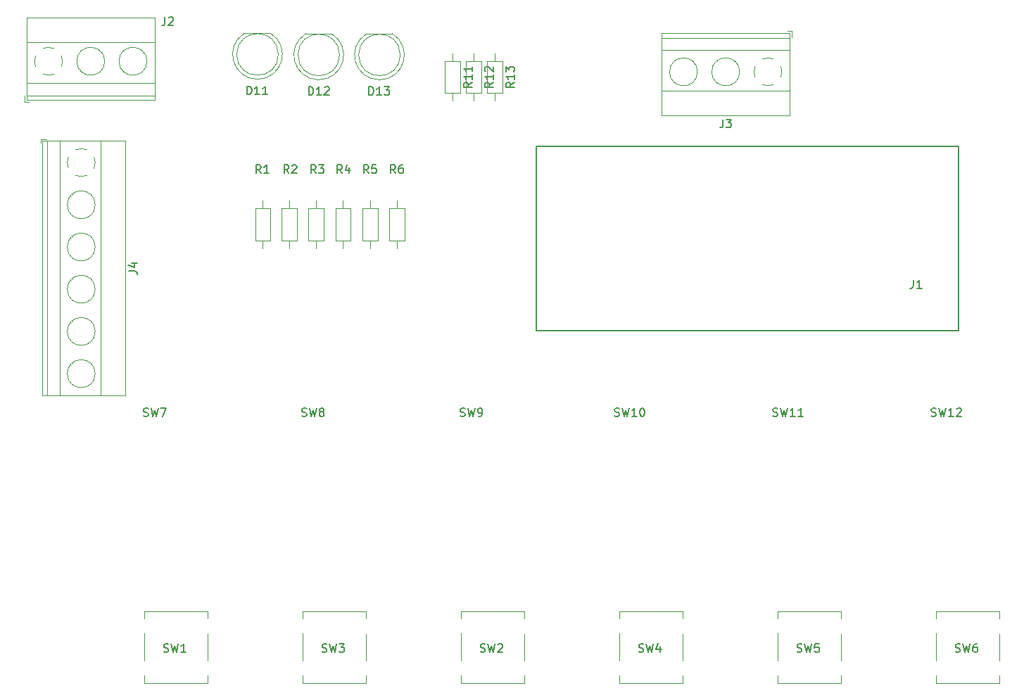
<source format=gbr>
G04 #@! TF.GenerationSoftware,KiCad,Pcbnew,(5.0.0)*
G04 #@! TF.CreationDate,2019-04-13T23:19:49+01:00*
G04 #@! TF.ProjectId,LS Tester,4C53205465737465722E6B696361645F,rev?*
G04 #@! TF.SameCoordinates,Original*
G04 #@! TF.FileFunction,Legend,Top*
G04 #@! TF.FilePolarity,Positive*
%FSLAX46Y46*%
G04 Gerber Fmt 4.6, Leading zero omitted, Abs format (unit mm)*
G04 Created by KiCad (PCBNEW (5.0.0)) date 04/13/19 23:19:49*
%MOMM*%
%LPD*%
G01*
G04 APERTURE LIST*
%ADD10C,0.120000*%
%ADD11C,0.150000*%
G04 APERTURE END LIST*
D10*
G04 #@! TO.C,SW1*
X127000000Y-130302000D02*
X127000000Y-131191000D01*
X127000000Y-138049000D02*
X127000000Y-138938000D01*
X119380000Y-136271000D02*
X119380000Y-132969000D01*
X119380000Y-138938000D02*
X119380000Y-138049000D01*
X119380000Y-131191000D02*
X119380000Y-130302000D01*
X127000000Y-138938000D02*
X119380000Y-138938000D01*
X127000000Y-133004000D02*
X127000000Y-136271000D01*
X119380000Y-130302000D02*
X127000000Y-130302000D01*
G04 #@! TO.C,SW2*
X165100000Y-130302000D02*
X165100000Y-131191000D01*
X165100000Y-138049000D02*
X165100000Y-138938000D01*
X157480000Y-136271000D02*
X157480000Y-132969000D01*
X157480000Y-138938000D02*
X157480000Y-138049000D01*
X157480000Y-131191000D02*
X157480000Y-130302000D01*
X165100000Y-138938000D02*
X157480000Y-138938000D01*
X165100000Y-133004000D02*
X165100000Y-136271000D01*
X157480000Y-130302000D02*
X165100000Y-130302000D01*
G04 #@! TO.C,SW3*
X146050000Y-130302000D02*
X146050000Y-131191000D01*
X146050000Y-138049000D02*
X146050000Y-138938000D01*
X138430000Y-136271000D02*
X138430000Y-132969000D01*
X138430000Y-138938000D02*
X138430000Y-138049000D01*
X138430000Y-131191000D02*
X138430000Y-130302000D01*
X146050000Y-138938000D02*
X138430000Y-138938000D01*
X146050000Y-133004000D02*
X146050000Y-136271000D01*
X138430000Y-130302000D02*
X146050000Y-130302000D01*
G04 #@! TO.C,SW4*
X184150000Y-130302000D02*
X184150000Y-131191000D01*
X184150000Y-138049000D02*
X184150000Y-138938000D01*
X176530000Y-136271000D02*
X176530000Y-132969000D01*
X176530000Y-138938000D02*
X176530000Y-138049000D01*
X176530000Y-131191000D02*
X176530000Y-130302000D01*
X184150000Y-138938000D02*
X176530000Y-138938000D01*
X184150000Y-133004000D02*
X184150000Y-136271000D01*
X176530000Y-130302000D02*
X184150000Y-130302000D01*
G04 #@! TO.C,SW5*
X203200000Y-130302000D02*
X203200000Y-131191000D01*
X203200000Y-138049000D02*
X203200000Y-138938000D01*
X195580000Y-136271000D02*
X195580000Y-132969000D01*
X195580000Y-138938000D02*
X195580000Y-138049000D01*
X195580000Y-131191000D02*
X195580000Y-130302000D01*
X203200000Y-138938000D02*
X195580000Y-138938000D01*
X203200000Y-133004000D02*
X203200000Y-136271000D01*
X195580000Y-130302000D02*
X203200000Y-130302000D01*
G04 #@! TO.C,SW6*
X222250000Y-130302000D02*
X222250000Y-131191000D01*
X222250000Y-138049000D02*
X222250000Y-138938000D01*
X214630000Y-136271000D02*
X214630000Y-132969000D01*
X214630000Y-138938000D02*
X214630000Y-138049000D01*
X214630000Y-131191000D02*
X214630000Y-130302000D01*
X222250000Y-138938000D02*
X214630000Y-138938000D01*
X222250000Y-133004000D02*
X222250000Y-136271000D01*
X214630000Y-130302000D02*
X222250000Y-130302000D01*
G04 #@! TO.C,D11*
X134577000Y-60749500D02*
X131487000Y-60749500D01*
X135532000Y-63309500D02*
G75*
G03X135532000Y-63309500I-2500000J0D01*
G01*
X133032462Y-66299500D02*
G75*
G02X131487170Y-60749500I-462J2990000D01*
G01*
X133031538Y-66299500D02*
G75*
G03X134576830Y-60749500I462J2990000D01*
G01*
G04 #@! TO.C,D12*
X141943000Y-60813000D02*
X138853000Y-60813000D01*
X142898000Y-63373000D02*
G75*
G03X142898000Y-63373000I-2500000J0D01*
G01*
X140398462Y-66363000D02*
G75*
G02X138853170Y-60813000I-462J2990000D01*
G01*
X140397538Y-66363000D02*
G75*
G03X141942830Y-60813000I462J2990000D01*
G01*
G04 #@! TO.C,D13*
X149246000Y-60813000D02*
X146156000Y-60813000D01*
X150201000Y-63373000D02*
G75*
G03X150201000Y-63373000I-2500000J0D01*
G01*
X147701462Y-66363000D02*
G75*
G02X146156170Y-60813000I-462J2990000D01*
G01*
X147700538Y-66363000D02*
G75*
G03X149245830Y-60813000I462J2990000D01*
G01*
D11*
G04 #@! TO.C,J1*
X217360000Y-74358500D02*
X217360000Y-96583500D01*
X166560000Y-74358500D02*
X217360000Y-74358500D01*
X166560000Y-96583500D02*
X166560000Y-74358500D01*
X217360000Y-96583500D02*
X166560000Y-96583500D01*
D10*
G04 #@! TO.C,R1*
X132747000Y-85677000D02*
X134587000Y-85677000D01*
X134587000Y-85677000D02*
X134587000Y-81837000D01*
X134587000Y-81837000D02*
X132747000Y-81837000D01*
X132747000Y-81837000D02*
X132747000Y-85677000D01*
X133667000Y-86627000D02*
X133667000Y-85677000D01*
X133667000Y-80887000D02*
X133667000Y-81837000D01*
G04 #@! TO.C,R2*
X135923000Y-85677000D02*
X137763000Y-85677000D01*
X137763000Y-85677000D02*
X137763000Y-81837000D01*
X137763000Y-81837000D02*
X135923000Y-81837000D01*
X135923000Y-81837000D02*
X135923000Y-85677000D01*
X136843000Y-86627000D02*
X136843000Y-85677000D01*
X136843000Y-80887000D02*
X136843000Y-81837000D01*
G04 #@! TO.C,R3*
X139161000Y-85677000D02*
X141001000Y-85677000D01*
X141001000Y-85677000D02*
X141001000Y-81837000D01*
X141001000Y-81837000D02*
X139161000Y-81837000D01*
X139161000Y-81837000D02*
X139161000Y-85677000D01*
X140081000Y-86627000D02*
X140081000Y-85677000D01*
X140081000Y-80887000D02*
X140081000Y-81837000D01*
G04 #@! TO.C,R4*
X142399000Y-85677000D02*
X144239000Y-85677000D01*
X144239000Y-85677000D02*
X144239000Y-81837000D01*
X144239000Y-81837000D02*
X142399000Y-81837000D01*
X142399000Y-81837000D02*
X142399000Y-85677000D01*
X143319000Y-86627000D02*
X143319000Y-85677000D01*
X143319000Y-80887000D02*
X143319000Y-81837000D01*
G04 #@! TO.C,R5*
X145638000Y-85677000D02*
X147478000Y-85677000D01*
X147478000Y-85677000D02*
X147478000Y-81837000D01*
X147478000Y-81837000D02*
X145638000Y-81837000D01*
X145638000Y-81837000D02*
X145638000Y-85677000D01*
X146558000Y-86627000D02*
X146558000Y-85677000D01*
X146558000Y-80887000D02*
X146558000Y-81837000D01*
G04 #@! TO.C,R6*
X148877000Y-85677000D02*
X150717000Y-85677000D01*
X150717000Y-85677000D02*
X150717000Y-81837000D01*
X150717000Y-81837000D02*
X148877000Y-81837000D01*
X148877000Y-81837000D02*
X148877000Y-85677000D01*
X149797000Y-86627000D02*
X149797000Y-85677000D01*
X149797000Y-80887000D02*
X149797000Y-81837000D01*
G04 #@! TO.C,R11*
X157384000Y-64120000D02*
X155544000Y-64120000D01*
X155544000Y-64120000D02*
X155544000Y-67960000D01*
X155544000Y-67960000D02*
X157384000Y-67960000D01*
X157384000Y-67960000D02*
X157384000Y-64120000D01*
X156464000Y-63170000D02*
X156464000Y-64120000D01*
X156464000Y-68910000D02*
X156464000Y-67960000D01*
G04 #@! TO.C,R12*
X159924000Y-64120000D02*
X158084000Y-64120000D01*
X158084000Y-64120000D02*
X158084000Y-67960000D01*
X158084000Y-67960000D02*
X159924000Y-67960000D01*
X159924000Y-67960000D02*
X159924000Y-64120000D01*
X159004000Y-63170000D02*
X159004000Y-64120000D01*
X159004000Y-68910000D02*
X159004000Y-67960000D01*
G04 #@! TO.C,R13*
X162464000Y-64120000D02*
X160624000Y-64120000D01*
X160624000Y-64120000D02*
X160624000Y-67960000D01*
X160624000Y-67960000D02*
X162464000Y-67960000D01*
X162464000Y-67960000D02*
X162464000Y-64120000D01*
X161544000Y-63170000D02*
X161544000Y-64120000D01*
X161544000Y-68910000D02*
X161544000Y-67960000D01*
G04 #@! TO.C,J2*
X108569318Y-65669756D02*
G75*
G02X107886000Y-65815000I-683318J1534756D01*
G01*
X109421426Y-63451958D02*
G75*
G02X109421000Y-64819000I-1535426J-683042D01*
G01*
X107202958Y-62599574D02*
G75*
G02X108570000Y-62600000I683042J-1535426D01*
G01*
X106350574Y-64818042D02*
G75*
G02X106351000Y-63451000I1535426J683042D01*
G01*
X107914805Y-65815253D02*
G75*
G02X107202000Y-65670000I-28805J1680253D01*
G01*
X114646000Y-64135000D02*
G75*
G03X114646000Y-64135000I-1680000J0D01*
G01*
X119726000Y-64135000D02*
G75*
G03X119726000Y-64135000I-1680000J0D01*
G01*
X105286000Y-68235000D02*
X120646000Y-68235000D01*
X105286000Y-66735000D02*
X120646000Y-66735000D01*
X105286000Y-61834000D02*
X120646000Y-61834000D01*
X105286000Y-58874000D02*
X120646000Y-58874000D01*
X105286000Y-68795000D02*
X120646000Y-68795000D01*
X105286000Y-58874000D02*
X105286000Y-68795000D01*
X120646000Y-58874000D02*
X120646000Y-68795000D01*
X114241000Y-63066000D02*
X114194000Y-63112000D01*
X111932000Y-65374000D02*
X111897000Y-65409000D01*
X114036000Y-62860000D02*
X114001000Y-62896000D01*
X111739000Y-65158000D02*
X111692000Y-65204000D01*
X119321000Y-63066000D02*
X119274000Y-63112000D01*
X117012000Y-65374000D02*
X116977000Y-65409000D01*
X119116000Y-62860000D02*
X119081000Y-62896000D01*
X116819000Y-65158000D02*
X116772000Y-65204000D01*
X105046000Y-68295000D02*
X105046000Y-69035000D01*
X105046000Y-69035000D02*
X105546000Y-69035000D01*
G04 #@! TO.C,J3*
X197277000Y-60505000D02*
X196777000Y-60505000D01*
X197277000Y-61245000D02*
X197277000Y-60505000D01*
X185504000Y-64382000D02*
X185551000Y-64336000D01*
X183207000Y-66680000D02*
X183242000Y-66644000D01*
X185311000Y-64166000D02*
X185346000Y-64131000D01*
X183002000Y-66474000D02*
X183049000Y-66428000D01*
X190584000Y-64382000D02*
X190631000Y-64336000D01*
X188287000Y-66680000D02*
X188322000Y-66644000D01*
X190391000Y-64166000D02*
X190426000Y-64131000D01*
X188082000Y-66474000D02*
X188129000Y-66428000D01*
X181677000Y-70666000D02*
X181677000Y-60745000D01*
X197037000Y-70666000D02*
X197037000Y-60745000D01*
X197037000Y-60745000D02*
X181677000Y-60745000D01*
X197037000Y-70666000D02*
X181677000Y-70666000D01*
X197037000Y-67706000D02*
X181677000Y-67706000D01*
X197037000Y-62805000D02*
X181677000Y-62805000D01*
X197037000Y-61305000D02*
X181677000Y-61305000D01*
X185957000Y-65405000D02*
G75*
G03X185957000Y-65405000I-1680000J0D01*
G01*
X191037000Y-65405000D02*
G75*
G03X191037000Y-65405000I-1680000J0D01*
G01*
X194408195Y-63724747D02*
G75*
G02X195121000Y-63870000I28805J-1680253D01*
G01*
X195972426Y-64721958D02*
G75*
G02X195972000Y-66089000I-1535426J-683042D01*
G01*
X195120042Y-66940426D02*
G75*
G02X193753000Y-66940000I-683042J1535426D01*
G01*
X192901574Y-66088042D02*
G75*
G02X192902000Y-64721000I1535426J683042D01*
G01*
X193753682Y-63870244D02*
G75*
G02X194437000Y-63725000I683318J-1534756D01*
G01*
G04 #@! TO.C,J4*
X110289244Y-77010318D02*
G75*
G02X110144000Y-76327000I1534756J683318D01*
G01*
X112507042Y-77862426D02*
G75*
G02X111140000Y-77862000I-683042J1535426D01*
G01*
X113359426Y-75643958D02*
G75*
G02X113359000Y-77011000I-1535426J-683042D01*
G01*
X111140958Y-74791574D02*
G75*
G02X112508000Y-74792000I683042J-1535426D01*
G01*
X110143747Y-76355805D02*
G75*
G02X110289000Y-75643000I1680253J28805D01*
G01*
X113504000Y-81407000D02*
G75*
G03X113504000Y-81407000I-1680000J0D01*
G01*
X113504000Y-86487000D02*
G75*
G03X113504000Y-86487000I-1680000J0D01*
G01*
X113504000Y-91567000D02*
G75*
G03X113504000Y-91567000I-1680000J0D01*
G01*
X113504000Y-96647000D02*
G75*
G03X113504000Y-96647000I-1680000J0D01*
G01*
X113504000Y-101727000D02*
G75*
G03X113504000Y-101727000I-1680000J0D01*
G01*
X107724000Y-73727000D02*
X107724000Y-104327000D01*
X109224000Y-73727000D02*
X109224000Y-104327000D01*
X114125000Y-73727000D02*
X114125000Y-104327000D01*
X117085000Y-73727000D02*
X117085000Y-104327000D01*
X107164000Y-73727000D02*
X107164000Y-104327000D01*
X117085000Y-73727000D02*
X107164000Y-73727000D01*
X117085000Y-104327000D02*
X107164000Y-104327000D01*
X112893000Y-82682000D02*
X112847000Y-82635000D01*
X110585000Y-80373000D02*
X110550000Y-80338000D01*
X113099000Y-82477000D02*
X113063000Y-82442000D01*
X110801000Y-80180000D02*
X110755000Y-80133000D01*
X112893000Y-87762000D02*
X112847000Y-87715000D01*
X110585000Y-85453000D02*
X110550000Y-85418000D01*
X113099000Y-87557000D02*
X113063000Y-87522000D01*
X110801000Y-85260000D02*
X110755000Y-85213000D01*
X112893000Y-92842000D02*
X112847000Y-92795000D01*
X110585000Y-90533000D02*
X110550000Y-90498000D01*
X113099000Y-92637000D02*
X113063000Y-92602000D01*
X110801000Y-90340000D02*
X110755000Y-90293000D01*
X112893000Y-97922000D02*
X112847000Y-97875000D01*
X110585000Y-95613000D02*
X110550000Y-95578000D01*
X113099000Y-97717000D02*
X113063000Y-97682000D01*
X110801000Y-95420000D02*
X110755000Y-95373000D01*
X112893000Y-103002000D02*
X112847000Y-102955000D01*
X110585000Y-100693000D02*
X110550000Y-100658000D01*
X113099000Y-102797000D02*
X113063000Y-102762000D01*
X110801000Y-100500000D02*
X110755000Y-100453000D01*
X107664000Y-73487000D02*
X106924000Y-73487000D01*
X106924000Y-73487000D02*
X106924000Y-73987000D01*
G04 #@! TO.C,SW1*
D11*
X121746666Y-135184761D02*
X121889523Y-135232380D01*
X122127619Y-135232380D01*
X122222857Y-135184761D01*
X122270476Y-135137142D01*
X122318095Y-135041904D01*
X122318095Y-134946666D01*
X122270476Y-134851428D01*
X122222857Y-134803809D01*
X122127619Y-134756190D01*
X121937142Y-134708571D01*
X121841904Y-134660952D01*
X121794285Y-134613333D01*
X121746666Y-134518095D01*
X121746666Y-134422857D01*
X121794285Y-134327619D01*
X121841904Y-134280000D01*
X121937142Y-134232380D01*
X122175238Y-134232380D01*
X122318095Y-134280000D01*
X122651428Y-134232380D02*
X122889523Y-135232380D01*
X123080000Y-134518095D01*
X123270476Y-135232380D01*
X123508571Y-134232380D01*
X124413333Y-135232380D02*
X123841904Y-135232380D01*
X124127619Y-135232380D02*
X124127619Y-134232380D01*
X124032380Y-134375238D01*
X123937142Y-134470476D01*
X123841904Y-134518095D01*
G04 #@! TO.C,SW2*
X159846666Y-135184761D02*
X159989523Y-135232380D01*
X160227619Y-135232380D01*
X160322857Y-135184761D01*
X160370476Y-135137142D01*
X160418095Y-135041904D01*
X160418095Y-134946666D01*
X160370476Y-134851428D01*
X160322857Y-134803809D01*
X160227619Y-134756190D01*
X160037142Y-134708571D01*
X159941904Y-134660952D01*
X159894285Y-134613333D01*
X159846666Y-134518095D01*
X159846666Y-134422857D01*
X159894285Y-134327619D01*
X159941904Y-134280000D01*
X160037142Y-134232380D01*
X160275238Y-134232380D01*
X160418095Y-134280000D01*
X160751428Y-134232380D02*
X160989523Y-135232380D01*
X161180000Y-134518095D01*
X161370476Y-135232380D01*
X161608571Y-134232380D01*
X161941904Y-134327619D02*
X161989523Y-134280000D01*
X162084761Y-134232380D01*
X162322857Y-134232380D01*
X162418095Y-134280000D01*
X162465714Y-134327619D01*
X162513333Y-134422857D01*
X162513333Y-134518095D01*
X162465714Y-134660952D01*
X161894285Y-135232380D01*
X162513333Y-135232380D01*
G04 #@! TO.C,SW3*
X140796666Y-135184761D02*
X140939523Y-135232380D01*
X141177619Y-135232380D01*
X141272857Y-135184761D01*
X141320476Y-135137142D01*
X141368095Y-135041904D01*
X141368095Y-134946666D01*
X141320476Y-134851428D01*
X141272857Y-134803809D01*
X141177619Y-134756190D01*
X140987142Y-134708571D01*
X140891904Y-134660952D01*
X140844285Y-134613333D01*
X140796666Y-134518095D01*
X140796666Y-134422857D01*
X140844285Y-134327619D01*
X140891904Y-134280000D01*
X140987142Y-134232380D01*
X141225238Y-134232380D01*
X141368095Y-134280000D01*
X141701428Y-134232380D02*
X141939523Y-135232380D01*
X142130000Y-134518095D01*
X142320476Y-135232380D01*
X142558571Y-134232380D01*
X142844285Y-134232380D02*
X143463333Y-134232380D01*
X143130000Y-134613333D01*
X143272857Y-134613333D01*
X143368095Y-134660952D01*
X143415714Y-134708571D01*
X143463333Y-134803809D01*
X143463333Y-135041904D01*
X143415714Y-135137142D01*
X143368095Y-135184761D01*
X143272857Y-135232380D01*
X142987142Y-135232380D01*
X142891904Y-135184761D01*
X142844285Y-135137142D01*
G04 #@! TO.C,SW4*
X178896666Y-135184761D02*
X179039523Y-135232380D01*
X179277619Y-135232380D01*
X179372857Y-135184761D01*
X179420476Y-135137142D01*
X179468095Y-135041904D01*
X179468095Y-134946666D01*
X179420476Y-134851428D01*
X179372857Y-134803809D01*
X179277619Y-134756190D01*
X179087142Y-134708571D01*
X178991904Y-134660952D01*
X178944285Y-134613333D01*
X178896666Y-134518095D01*
X178896666Y-134422857D01*
X178944285Y-134327619D01*
X178991904Y-134280000D01*
X179087142Y-134232380D01*
X179325238Y-134232380D01*
X179468095Y-134280000D01*
X179801428Y-134232380D02*
X180039523Y-135232380D01*
X180230000Y-134518095D01*
X180420476Y-135232380D01*
X180658571Y-134232380D01*
X181468095Y-134565714D02*
X181468095Y-135232380D01*
X181230000Y-134184761D02*
X180991904Y-134899047D01*
X181610952Y-134899047D01*
G04 #@! TO.C,SW5*
X197946666Y-135184761D02*
X198089523Y-135232380D01*
X198327619Y-135232380D01*
X198422857Y-135184761D01*
X198470476Y-135137142D01*
X198518095Y-135041904D01*
X198518095Y-134946666D01*
X198470476Y-134851428D01*
X198422857Y-134803809D01*
X198327619Y-134756190D01*
X198137142Y-134708571D01*
X198041904Y-134660952D01*
X197994285Y-134613333D01*
X197946666Y-134518095D01*
X197946666Y-134422857D01*
X197994285Y-134327619D01*
X198041904Y-134280000D01*
X198137142Y-134232380D01*
X198375238Y-134232380D01*
X198518095Y-134280000D01*
X198851428Y-134232380D02*
X199089523Y-135232380D01*
X199280000Y-134518095D01*
X199470476Y-135232380D01*
X199708571Y-134232380D01*
X200565714Y-134232380D02*
X200089523Y-134232380D01*
X200041904Y-134708571D01*
X200089523Y-134660952D01*
X200184761Y-134613333D01*
X200422857Y-134613333D01*
X200518095Y-134660952D01*
X200565714Y-134708571D01*
X200613333Y-134803809D01*
X200613333Y-135041904D01*
X200565714Y-135137142D01*
X200518095Y-135184761D01*
X200422857Y-135232380D01*
X200184761Y-135232380D01*
X200089523Y-135184761D01*
X200041904Y-135137142D01*
G04 #@! TO.C,SW6*
X216996666Y-135184761D02*
X217139523Y-135232380D01*
X217377619Y-135232380D01*
X217472857Y-135184761D01*
X217520476Y-135137142D01*
X217568095Y-135041904D01*
X217568095Y-134946666D01*
X217520476Y-134851428D01*
X217472857Y-134803809D01*
X217377619Y-134756190D01*
X217187142Y-134708571D01*
X217091904Y-134660952D01*
X217044285Y-134613333D01*
X216996666Y-134518095D01*
X216996666Y-134422857D01*
X217044285Y-134327619D01*
X217091904Y-134280000D01*
X217187142Y-134232380D01*
X217425238Y-134232380D01*
X217568095Y-134280000D01*
X217901428Y-134232380D02*
X218139523Y-135232380D01*
X218330000Y-134518095D01*
X218520476Y-135232380D01*
X218758571Y-134232380D01*
X219568095Y-134232380D02*
X219377619Y-134232380D01*
X219282380Y-134280000D01*
X219234761Y-134327619D01*
X219139523Y-134470476D01*
X219091904Y-134660952D01*
X219091904Y-135041904D01*
X219139523Y-135137142D01*
X219187142Y-135184761D01*
X219282380Y-135232380D01*
X219472857Y-135232380D01*
X219568095Y-135184761D01*
X219615714Y-135137142D01*
X219663333Y-135041904D01*
X219663333Y-134803809D01*
X219615714Y-134708571D01*
X219568095Y-134660952D01*
X219472857Y-134613333D01*
X219282380Y-134613333D01*
X219187142Y-134660952D01*
X219139523Y-134708571D01*
X219091904Y-134803809D01*
G04 #@! TO.C,D11*
X131754214Y-68143380D02*
X131754214Y-67143380D01*
X131992309Y-67143380D01*
X132135166Y-67191000D01*
X132230404Y-67286238D01*
X132278023Y-67381476D01*
X132325642Y-67571952D01*
X132325642Y-67714809D01*
X132278023Y-67905285D01*
X132230404Y-68000523D01*
X132135166Y-68095761D01*
X131992309Y-68143380D01*
X131754214Y-68143380D01*
X133278023Y-68143380D02*
X132706595Y-68143380D01*
X132992309Y-68143380D02*
X132992309Y-67143380D01*
X132897071Y-67286238D01*
X132801833Y-67381476D01*
X132706595Y-67429095D01*
X134230404Y-68143380D02*
X133658976Y-68143380D01*
X133944690Y-68143380D02*
X133944690Y-67143380D01*
X133849452Y-67286238D01*
X133754214Y-67381476D01*
X133658976Y-67429095D01*
G04 #@! TO.C,D12*
X139183714Y-68206880D02*
X139183714Y-67206880D01*
X139421809Y-67206880D01*
X139564666Y-67254500D01*
X139659904Y-67349738D01*
X139707523Y-67444976D01*
X139755142Y-67635452D01*
X139755142Y-67778309D01*
X139707523Y-67968785D01*
X139659904Y-68064023D01*
X139564666Y-68159261D01*
X139421809Y-68206880D01*
X139183714Y-68206880D01*
X140707523Y-68206880D02*
X140136095Y-68206880D01*
X140421809Y-68206880D02*
X140421809Y-67206880D01*
X140326571Y-67349738D01*
X140231333Y-67444976D01*
X140136095Y-67492595D01*
X141088476Y-67302119D02*
X141136095Y-67254500D01*
X141231333Y-67206880D01*
X141469428Y-67206880D01*
X141564666Y-67254500D01*
X141612285Y-67302119D01*
X141659904Y-67397357D01*
X141659904Y-67492595D01*
X141612285Y-67635452D01*
X141040857Y-68206880D01*
X141659904Y-68206880D01*
G04 #@! TO.C,D13*
X146423214Y-68206880D02*
X146423214Y-67206880D01*
X146661309Y-67206880D01*
X146804166Y-67254500D01*
X146899404Y-67349738D01*
X146947023Y-67444976D01*
X146994642Y-67635452D01*
X146994642Y-67778309D01*
X146947023Y-67968785D01*
X146899404Y-68064023D01*
X146804166Y-68159261D01*
X146661309Y-68206880D01*
X146423214Y-68206880D01*
X147947023Y-68206880D02*
X147375595Y-68206880D01*
X147661309Y-68206880D02*
X147661309Y-67206880D01*
X147566071Y-67349738D01*
X147470833Y-67444976D01*
X147375595Y-67492595D01*
X148280357Y-67206880D02*
X148899404Y-67206880D01*
X148566071Y-67587833D01*
X148708928Y-67587833D01*
X148804166Y-67635452D01*
X148851785Y-67683071D01*
X148899404Y-67778309D01*
X148899404Y-68016404D01*
X148851785Y-68111642D01*
X148804166Y-68159261D01*
X148708928Y-68206880D01*
X148423214Y-68206880D01*
X148327976Y-68159261D01*
X148280357Y-68111642D01*
G04 #@! TO.C,J1*
X211946666Y-90455880D02*
X211946666Y-91170166D01*
X211899047Y-91313023D01*
X211803809Y-91408261D01*
X211660952Y-91455880D01*
X211565714Y-91455880D01*
X212946666Y-91455880D02*
X212375238Y-91455880D01*
X212660952Y-91455880D02*
X212660952Y-90455880D01*
X212565714Y-90598738D01*
X212470476Y-90693976D01*
X212375238Y-90741595D01*
G04 #@! TO.C,R1*
X133436833Y-77605380D02*
X133103500Y-77129190D01*
X132865404Y-77605380D02*
X132865404Y-76605380D01*
X133246357Y-76605380D01*
X133341595Y-76653000D01*
X133389214Y-76700619D01*
X133436833Y-76795857D01*
X133436833Y-76938714D01*
X133389214Y-77033952D01*
X133341595Y-77081571D01*
X133246357Y-77129190D01*
X132865404Y-77129190D01*
X134389214Y-77605380D02*
X133817785Y-77605380D01*
X134103500Y-77605380D02*
X134103500Y-76605380D01*
X134008261Y-76748238D01*
X133913023Y-76843476D01*
X133817785Y-76891095D01*
G04 #@! TO.C,R2*
X136803333Y-77605380D02*
X136470000Y-77129190D01*
X136231904Y-77605380D02*
X136231904Y-76605380D01*
X136612857Y-76605380D01*
X136708095Y-76653000D01*
X136755714Y-76700619D01*
X136803333Y-76795857D01*
X136803333Y-76938714D01*
X136755714Y-77033952D01*
X136708095Y-77081571D01*
X136612857Y-77129190D01*
X136231904Y-77129190D01*
X137184285Y-76700619D02*
X137231904Y-76653000D01*
X137327142Y-76605380D01*
X137565238Y-76605380D01*
X137660476Y-76653000D01*
X137708095Y-76700619D01*
X137755714Y-76795857D01*
X137755714Y-76891095D01*
X137708095Y-77033952D01*
X137136666Y-77605380D01*
X137755714Y-77605380D01*
G04 #@! TO.C,R3*
X140041333Y-77605380D02*
X139708000Y-77129190D01*
X139469904Y-77605380D02*
X139469904Y-76605380D01*
X139850857Y-76605380D01*
X139946095Y-76653000D01*
X139993714Y-76700619D01*
X140041333Y-76795857D01*
X140041333Y-76938714D01*
X139993714Y-77033952D01*
X139946095Y-77081571D01*
X139850857Y-77129190D01*
X139469904Y-77129190D01*
X140374666Y-76605380D02*
X140993714Y-76605380D01*
X140660380Y-76986333D01*
X140803238Y-76986333D01*
X140898476Y-77033952D01*
X140946095Y-77081571D01*
X140993714Y-77176809D01*
X140993714Y-77414904D01*
X140946095Y-77510142D01*
X140898476Y-77557761D01*
X140803238Y-77605380D01*
X140517523Y-77605380D01*
X140422285Y-77557761D01*
X140374666Y-77510142D01*
G04 #@! TO.C,R4*
X143215833Y-77605380D02*
X142882500Y-77129190D01*
X142644404Y-77605380D02*
X142644404Y-76605380D01*
X143025357Y-76605380D01*
X143120595Y-76653000D01*
X143168214Y-76700619D01*
X143215833Y-76795857D01*
X143215833Y-76938714D01*
X143168214Y-77033952D01*
X143120595Y-77081571D01*
X143025357Y-77129190D01*
X142644404Y-77129190D01*
X144072976Y-76938714D02*
X144072976Y-77605380D01*
X143834880Y-76557761D02*
X143596785Y-77272047D01*
X144215833Y-77272047D01*
G04 #@! TO.C,R5*
X146391333Y-77605380D02*
X146058000Y-77129190D01*
X145819904Y-77605380D02*
X145819904Y-76605380D01*
X146200857Y-76605380D01*
X146296095Y-76653000D01*
X146343714Y-76700619D01*
X146391333Y-76795857D01*
X146391333Y-76938714D01*
X146343714Y-77033952D01*
X146296095Y-77081571D01*
X146200857Y-77129190D01*
X145819904Y-77129190D01*
X147296095Y-76605380D02*
X146819904Y-76605380D01*
X146772285Y-77081571D01*
X146819904Y-77033952D01*
X146915142Y-76986333D01*
X147153238Y-76986333D01*
X147248476Y-77033952D01*
X147296095Y-77081571D01*
X147343714Y-77176809D01*
X147343714Y-77414904D01*
X147296095Y-77510142D01*
X147248476Y-77557761D01*
X147153238Y-77605380D01*
X146915142Y-77605380D01*
X146819904Y-77557761D01*
X146772285Y-77510142D01*
G04 #@! TO.C,R6*
X149630333Y-77605380D02*
X149297000Y-77129190D01*
X149058904Y-77605380D02*
X149058904Y-76605380D01*
X149439857Y-76605380D01*
X149535095Y-76653000D01*
X149582714Y-76700619D01*
X149630333Y-76795857D01*
X149630333Y-76938714D01*
X149582714Y-77033952D01*
X149535095Y-77081571D01*
X149439857Y-77129190D01*
X149058904Y-77129190D01*
X150487476Y-76605380D02*
X150297000Y-76605380D01*
X150201761Y-76653000D01*
X150154142Y-76700619D01*
X150058904Y-76843476D01*
X150011285Y-77033952D01*
X150011285Y-77414904D01*
X150058904Y-77510142D01*
X150106523Y-77557761D01*
X150201761Y-77605380D01*
X150392238Y-77605380D01*
X150487476Y-77557761D01*
X150535095Y-77510142D01*
X150582714Y-77414904D01*
X150582714Y-77176809D01*
X150535095Y-77081571D01*
X150487476Y-77033952D01*
X150392238Y-76986333D01*
X150201761Y-76986333D01*
X150106523Y-77033952D01*
X150058904Y-77081571D01*
X150011285Y-77176809D01*
G04 #@! TO.C,R11*
X158836380Y-66682857D02*
X158360190Y-67016190D01*
X158836380Y-67254285D02*
X157836380Y-67254285D01*
X157836380Y-66873333D01*
X157884000Y-66778095D01*
X157931619Y-66730476D01*
X158026857Y-66682857D01*
X158169714Y-66682857D01*
X158264952Y-66730476D01*
X158312571Y-66778095D01*
X158360190Y-66873333D01*
X158360190Y-67254285D01*
X158836380Y-65730476D02*
X158836380Y-66301904D01*
X158836380Y-66016190D02*
X157836380Y-66016190D01*
X157979238Y-66111428D01*
X158074476Y-66206666D01*
X158122095Y-66301904D01*
X158836380Y-64778095D02*
X158836380Y-65349523D01*
X158836380Y-65063809D02*
X157836380Y-65063809D01*
X157979238Y-65159047D01*
X158074476Y-65254285D01*
X158122095Y-65349523D01*
G04 #@! TO.C,R12*
X161376380Y-66682857D02*
X160900190Y-67016190D01*
X161376380Y-67254285D02*
X160376380Y-67254285D01*
X160376380Y-66873333D01*
X160424000Y-66778095D01*
X160471619Y-66730476D01*
X160566857Y-66682857D01*
X160709714Y-66682857D01*
X160804952Y-66730476D01*
X160852571Y-66778095D01*
X160900190Y-66873333D01*
X160900190Y-67254285D01*
X161376380Y-65730476D02*
X161376380Y-66301904D01*
X161376380Y-66016190D02*
X160376380Y-66016190D01*
X160519238Y-66111428D01*
X160614476Y-66206666D01*
X160662095Y-66301904D01*
X160471619Y-65349523D02*
X160424000Y-65301904D01*
X160376380Y-65206666D01*
X160376380Y-64968571D01*
X160424000Y-64873333D01*
X160471619Y-64825714D01*
X160566857Y-64778095D01*
X160662095Y-64778095D01*
X160804952Y-64825714D01*
X161376380Y-65397142D01*
X161376380Y-64778095D01*
G04 #@! TO.C,R13*
X163916380Y-66682857D02*
X163440190Y-67016190D01*
X163916380Y-67254285D02*
X162916380Y-67254285D01*
X162916380Y-66873333D01*
X162964000Y-66778095D01*
X163011619Y-66730476D01*
X163106857Y-66682857D01*
X163249714Y-66682857D01*
X163344952Y-66730476D01*
X163392571Y-66778095D01*
X163440190Y-66873333D01*
X163440190Y-67254285D01*
X163916380Y-65730476D02*
X163916380Y-66301904D01*
X163916380Y-66016190D02*
X162916380Y-66016190D01*
X163059238Y-66111428D01*
X163154476Y-66206666D01*
X163202095Y-66301904D01*
X162916380Y-65397142D02*
X162916380Y-64778095D01*
X163297333Y-65111428D01*
X163297333Y-64968571D01*
X163344952Y-64873333D01*
X163392571Y-64825714D01*
X163487809Y-64778095D01*
X163725904Y-64778095D01*
X163821142Y-64825714D01*
X163868761Y-64873333D01*
X163916380Y-64968571D01*
X163916380Y-65254285D01*
X163868761Y-65349523D01*
X163821142Y-65397142D01*
G04 #@! TO.C,SW7*
X119316666Y-106830761D02*
X119459523Y-106878380D01*
X119697619Y-106878380D01*
X119792857Y-106830761D01*
X119840476Y-106783142D01*
X119888095Y-106687904D01*
X119888095Y-106592666D01*
X119840476Y-106497428D01*
X119792857Y-106449809D01*
X119697619Y-106402190D01*
X119507142Y-106354571D01*
X119411904Y-106306952D01*
X119364285Y-106259333D01*
X119316666Y-106164095D01*
X119316666Y-106068857D01*
X119364285Y-105973619D01*
X119411904Y-105926000D01*
X119507142Y-105878380D01*
X119745238Y-105878380D01*
X119888095Y-105926000D01*
X120221428Y-105878380D02*
X120459523Y-106878380D01*
X120650000Y-106164095D01*
X120840476Y-106878380D01*
X121078571Y-105878380D01*
X121364285Y-105878380D02*
X122030952Y-105878380D01*
X121602380Y-106878380D01*
G04 #@! TO.C,SW8*
X138366666Y-106830761D02*
X138509523Y-106878380D01*
X138747619Y-106878380D01*
X138842857Y-106830761D01*
X138890476Y-106783142D01*
X138938095Y-106687904D01*
X138938095Y-106592666D01*
X138890476Y-106497428D01*
X138842857Y-106449809D01*
X138747619Y-106402190D01*
X138557142Y-106354571D01*
X138461904Y-106306952D01*
X138414285Y-106259333D01*
X138366666Y-106164095D01*
X138366666Y-106068857D01*
X138414285Y-105973619D01*
X138461904Y-105926000D01*
X138557142Y-105878380D01*
X138795238Y-105878380D01*
X138938095Y-105926000D01*
X139271428Y-105878380D02*
X139509523Y-106878380D01*
X139700000Y-106164095D01*
X139890476Y-106878380D01*
X140128571Y-105878380D01*
X140652380Y-106306952D02*
X140557142Y-106259333D01*
X140509523Y-106211714D01*
X140461904Y-106116476D01*
X140461904Y-106068857D01*
X140509523Y-105973619D01*
X140557142Y-105926000D01*
X140652380Y-105878380D01*
X140842857Y-105878380D01*
X140938095Y-105926000D01*
X140985714Y-105973619D01*
X141033333Y-106068857D01*
X141033333Y-106116476D01*
X140985714Y-106211714D01*
X140938095Y-106259333D01*
X140842857Y-106306952D01*
X140652380Y-106306952D01*
X140557142Y-106354571D01*
X140509523Y-106402190D01*
X140461904Y-106497428D01*
X140461904Y-106687904D01*
X140509523Y-106783142D01*
X140557142Y-106830761D01*
X140652380Y-106878380D01*
X140842857Y-106878380D01*
X140938095Y-106830761D01*
X140985714Y-106783142D01*
X141033333Y-106687904D01*
X141033333Y-106497428D01*
X140985714Y-106402190D01*
X140938095Y-106354571D01*
X140842857Y-106306952D01*
G04 #@! TO.C,SW9*
X157416666Y-106830761D02*
X157559523Y-106878380D01*
X157797619Y-106878380D01*
X157892857Y-106830761D01*
X157940476Y-106783142D01*
X157988095Y-106687904D01*
X157988095Y-106592666D01*
X157940476Y-106497428D01*
X157892857Y-106449809D01*
X157797619Y-106402190D01*
X157607142Y-106354571D01*
X157511904Y-106306952D01*
X157464285Y-106259333D01*
X157416666Y-106164095D01*
X157416666Y-106068857D01*
X157464285Y-105973619D01*
X157511904Y-105926000D01*
X157607142Y-105878380D01*
X157845238Y-105878380D01*
X157988095Y-105926000D01*
X158321428Y-105878380D02*
X158559523Y-106878380D01*
X158750000Y-106164095D01*
X158940476Y-106878380D01*
X159178571Y-105878380D01*
X159607142Y-106878380D02*
X159797619Y-106878380D01*
X159892857Y-106830761D01*
X159940476Y-106783142D01*
X160035714Y-106640285D01*
X160083333Y-106449809D01*
X160083333Y-106068857D01*
X160035714Y-105973619D01*
X159988095Y-105926000D01*
X159892857Y-105878380D01*
X159702380Y-105878380D01*
X159607142Y-105926000D01*
X159559523Y-105973619D01*
X159511904Y-106068857D01*
X159511904Y-106306952D01*
X159559523Y-106402190D01*
X159607142Y-106449809D01*
X159702380Y-106497428D01*
X159892857Y-106497428D01*
X159988095Y-106449809D01*
X160035714Y-106402190D01*
X160083333Y-106306952D01*
G04 #@! TO.C,SW10*
X175990476Y-106830761D02*
X176133333Y-106878380D01*
X176371428Y-106878380D01*
X176466666Y-106830761D01*
X176514285Y-106783142D01*
X176561904Y-106687904D01*
X176561904Y-106592666D01*
X176514285Y-106497428D01*
X176466666Y-106449809D01*
X176371428Y-106402190D01*
X176180952Y-106354571D01*
X176085714Y-106306952D01*
X176038095Y-106259333D01*
X175990476Y-106164095D01*
X175990476Y-106068857D01*
X176038095Y-105973619D01*
X176085714Y-105926000D01*
X176180952Y-105878380D01*
X176419047Y-105878380D01*
X176561904Y-105926000D01*
X176895238Y-105878380D02*
X177133333Y-106878380D01*
X177323809Y-106164095D01*
X177514285Y-106878380D01*
X177752380Y-105878380D01*
X178657142Y-106878380D02*
X178085714Y-106878380D01*
X178371428Y-106878380D02*
X178371428Y-105878380D01*
X178276190Y-106021238D01*
X178180952Y-106116476D01*
X178085714Y-106164095D01*
X179276190Y-105878380D02*
X179371428Y-105878380D01*
X179466666Y-105926000D01*
X179514285Y-105973619D01*
X179561904Y-106068857D01*
X179609523Y-106259333D01*
X179609523Y-106497428D01*
X179561904Y-106687904D01*
X179514285Y-106783142D01*
X179466666Y-106830761D01*
X179371428Y-106878380D01*
X179276190Y-106878380D01*
X179180952Y-106830761D01*
X179133333Y-106783142D01*
X179085714Y-106687904D01*
X179038095Y-106497428D01*
X179038095Y-106259333D01*
X179085714Y-106068857D01*
X179133333Y-105973619D01*
X179180952Y-105926000D01*
X179276190Y-105878380D01*
G04 #@! TO.C,SW11*
X195040476Y-106830761D02*
X195183333Y-106878380D01*
X195421428Y-106878380D01*
X195516666Y-106830761D01*
X195564285Y-106783142D01*
X195611904Y-106687904D01*
X195611904Y-106592666D01*
X195564285Y-106497428D01*
X195516666Y-106449809D01*
X195421428Y-106402190D01*
X195230952Y-106354571D01*
X195135714Y-106306952D01*
X195088095Y-106259333D01*
X195040476Y-106164095D01*
X195040476Y-106068857D01*
X195088095Y-105973619D01*
X195135714Y-105926000D01*
X195230952Y-105878380D01*
X195469047Y-105878380D01*
X195611904Y-105926000D01*
X195945238Y-105878380D02*
X196183333Y-106878380D01*
X196373809Y-106164095D01*
X196564285Y-106878380D01*
X196802380Y-105878380D01*
X197707142Y-106878380D02*
X197135714Y-106878380D01*
X197421428Y-106878380D02*
X197421428Y-105878380D01*
X197326190Y-106021238D01*
X197230952Y-106116476D01*
X197135714Y-106164095D01*
X198659523Y-106878380D02*
X198088095Y-106878380D01*
X198373809Y-106878380D02*
X198373809Y-105878380D01*
X198278571Y-106021238D01*
X198183333Y-106116476D01*
X198088095Y-106164095D01*
G04 #@! TO.C,SW12*
X214090476Y-106830761D02*
X214233333Y-106878380D01*
X214471428Y-106878380D01*
X214566666Y-106830761D01*
X214614285Y-106783142D01*
X214661904Y-106687904D01*
X214661904Y-106592666D01*
X214614285Y-106497428D01*
X214566666Y-106449809D01*
X214471428Y-106402190D01*
X214280952Y-106354571D01*
X214185714Y-106306952D01*
X214138095Y-106259333D01*
X214090476Y-106164095D01*
X214090476Y-106068857D01*
X214138095Y-105973619D01*
X214185714Y-105926000D01*
X214280952Y-105878380D01*
X214519047Y-105878380D01*
X214661904Y-105926000D01*
X214995238Y-105878380D02*
X215233333Y-106878380D01*
X215423809Y-106164095D01*
X215614285Y-106878380D01*
X215852380Y-105878380D01*
X216757142Y-106878380D02*
X216185714Y-106878380D01*
X216471428Y-106878380D02*
X216471428Y-105878380D01*
X216376190Y-106021238D01*
X216280952Y-106116476D01*
X216185714Y-106164095D01*
X217138095Y-105973619D02*
X217185714Y-105926000D01*
X217280952Y-105878380D01*
X217519047Y-105878380D01*
X217614285Y-105926000D01*
X217661904Y-105973619D01*
X217709523Y-106068857D01*
X217709523Y-106164095D01*
X217661904Y-106306952D01*
X217090476Y-106878380D01*
X217709523Y-106878380D01*
G04 #@! TO.C,J2*
X121903666Y-58824880D02*
X121903666Y-59539166D01*
X121856047Y-59682023D01*
X121760809Y-59777261D01*
X121617952Y-59824880D01*
X121522714Y-59824880D01*
X122332238Y-58920119D02*
X122379857Y-58872500D01*
X122475095Y-58824880D01*
X122713190Y-58824880D01*
X122808428Y-58872500D01*
X122856047Y-58920119D01*
X122903666Y-59015357D01*
X122903666Y-59110595D01*
X122856047Y-59253452D01*
X122284619Y-59824880D01*
X122903666Y-59824880D01*
G04 #@! TO.C,J3*
X189023666Y-71117380D02*
X189023666Y-71831666D01*
X188976047Y-71974523D01*
X188880809Y-72069761D01*
X188737952Y-72117380D01*
X188642714Y-72117380D01*
X189404619Y-71117380D02*
X190023666Y-71117380D01*
X189690333Y-71498333D01*
X189833190Y-71498333D01*
X189928428Y-71545952D01*
X189976047Y-71593571D01*
X190023666Y-71688809D01*
X190023666Y-71926904D01*
X189976047Y-72022142D01*
X189928428Y-72069761D01*
X189833190Y-72117380D01*
X189547476Y-72117380D01*
X189452238Y-72069761D01*
X189404619Y-72022142D01*
G04 #@! TO.C,J4*
X117536380Y-89360333D02*
X118250666Y-89360333D01*
X118393523Y-89407952D01*
X118488761Y-89503190D01*
X118536380Y-89646047D01*
X118536380Y-89741285D01*
X117869714Y-88455571D02*
X118536380Y-88455571D01*
X117488761Y-88693666D02*
X118203047Y-88931761D01*
X118203047Y-88312714D01*
G04 #@! TD*
M02*

</source>
